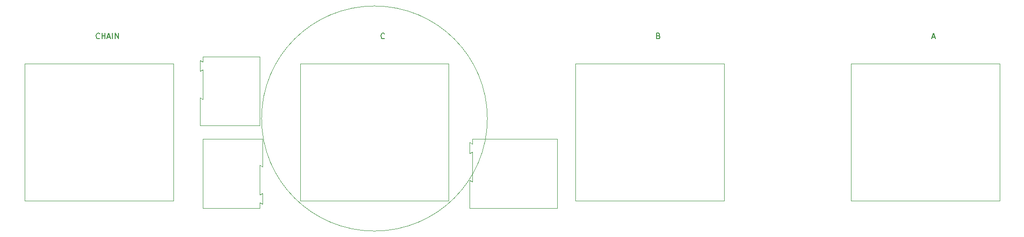
<source format=gbr>
G04 #@! TF.GenerationSoftware,KiCad,Pcbnew,5.1.4*
G04 #@! TF.CreationDate,2019-11-13T20:32:36-05:00*
G04 #@! TF.ProjectId,PooferControl-Reciever-PlugPlane,506f6f66-6572-4436-9f6e-74726f6c2d52,rev?*
G04 #@! TF.SameCoordinates,Original*
G04 #@! TF.FileFunction,Legend,Top*
G04 #@! TF.FilePolarity,Positive*
%FSLAX46Y46*%
G04 Gerber Fmt 4.6, Leading zero omitted, Abs format (unit mm)*
G04 Created by KiCad (PCBNEW 5.1.4) date 2019-11-13 20:32:36*
%MOMM*%
%LPD*%
G04 APERTURE LIST*
%ADD10C,0.120000*%
%ADD11C,0.150000*%
G04 APERTURE END LIST*
D10*
X101800000Y-91300000D02*
X112650000Y-91300000D01*
X101800000Y-86200000D02*
X101800000Y-91300000D01*
X102300000Y-86500000D02*
X101800000Y-86200000D01*
X102300000Y-81100000D02*
X102300000Y-86500000D01*
X101800000Y-81350000D02*
X102300000Y-81100000D01*
X101800000Y-81300000D02*
X101800000Y-81350000D01*
X101800000Y-79400000D02*
X101800000Y-81300000D01*
X102300000Y-79650000D02*
X101800000Y-79400000D01*
X102300000Y-78700000D02*
X102300000Y-79650000D01*
X112650000Y-78700000D02*
X102300000Y-78700000D01*
X112650000Y-91300000D02*
X112650000Y-78700000D01*
X113200000Y-93700000D02*
X102350000Y-93700000D01*
X113200000Y-98800000D02*
X113200000Y-93700000D01*
X112700000Y-98500000D02*
X113200000Y-98800000D01*
X112700000Y-103900000D02*
X112700000Y-98500000D01*
X113200000Y-103650000D02*
X112700000Y-103900000D01*
X113200000Y-103700000D02*
X113200000Y-103650000D01*
X113200000Y-105600000D02*
X113200000Y-103700000D01*
X112700000Y-105350000D02*
X113200000Y-105600000D01*
X112700000Y-106300000D02*
X112700000Y-105350000D01*
X102350000Y-106300000D02*
X112700000Y-106300000D01*
X102350000Y-93700000D02*
X102350000Y-106300000D01*
X170000000Y-105000000D02*
X170000000Y-80000000D01*
X197000000Y-105000000D02*
X170000000Y-105000000D01*
X197000000Y-80000000D02*
X197000000Y-105000000D01*
X170000000Y-80000000D02*
X197000000Y-80000000D01*
X220000000Y-105000000D02*
X220000000Y-80000000D01*
X247000000Y-105000000D02*
X220000000Y-105000000D01*
X247000000Y-80000000D02*
X247000000Y-105000000D01*
X220000000Y-80000000D02*
X247000000Y-80000000D01*
X70000000Y-80000000D02*
X97000000Y-80000000D01*
X97000000Y-80000000D02*
X97000000Y-105000000D01*
X97000000Y-105000000D02*
X70000000Y-105000000D01*
X70000000Y-105000000D02*
X70000000Y-80000000D01*
X150750000Y-106300000D02*
X166650000Y-106300000D01*
X150750000Y-101250000D02*
X150750000Y-106300000D01*
X151250000Y-101500000D02*
X150750000Y-101250000D01*
X151250000Y-96100000D02*
X151250000Y-101500000D01*
X150750000Y-96350000D02*
X151250000Y-96100000D01*
X150750000Y-94350000D02*
X150750000Y-96350000D01*
X151250000Y-94650000D02*
X150750000Y-94350000D01*
X151250000Y-93700000D02*
X151250000Y-94650000D01*
X166650000Y-93700000D02*
X151250000Y-93700000D01*
X166650000Y-106300000D02*
X166650000Y-93700000D01*
X154000000Y-90000000D02*
G75*
G03X154000000Y-90000000I-20500000J0D01*
G01*
X120000000Y-105000000D02*
X120000000Y-80000000D01*
X147000000Y-105000000D02*
X120000000Y-105000000D01*
X147000000Y-80000000D02*
X147000000Y-105000000D01*
X120000000Y-80000000D02*
X147000000Y-80000000D01*
D11*
X185071428Y-74928571D02*
X185214285Y-74976190D01*
X185261904Y-75023809D01*
X185309523Y-75119047D01*
X185309523Y-75261904D01*
X185261904Y-75357142D01*
X185214285Y-75404761D01*
X185119047Y-75452380D01*
X184738095Y-75452380D01*
X184738095Y-74452380D01*
X185071428Y-74452380D01*
X185166666Y-74500000D01*
X185214285Y-74547619D01*
X185261904Y-74642857D01*
X185261904Y-74738095D01*
X185214285Y-74833333D01*
X185166666Y-74880952D01*
X185071428Y-74928571D01*
X184738095Y-74928571D01*
X234761904Y-75166666D02*
X235238095Y-75166666D01*
X234666666Y-75452380D02*
X235000000Y-74452380D01*
X235333333Y-75452380D01*
X83595238Y-75357142D02*
X83547619Y-75404761D01*
X83404761Y-75452380D01*
X83309523Y-75452380D01*
X83166666Y-75404761D01*
X83071428Y-75309523D01*
X83023809Y-75214285D01*
X82976190Y-75023809D01*
X82976190Y-74880952D01*
X83023809Y-74690476D01*
X83071428Y-74595238D01*
X83166666Y-74500000D01*
X83309523Y-74452380D01*
X83404761Y-74452380D01*
X83547619Y-74500000D01*
X83595238Y-74547619D01*
X84023809Y-75452380D02*
X84023809Y-74452380D01*
X84023809Y-74928571D02*
X84595238Y-74928571D01*
X84595238Y-75452380D02*
X84595238Y-74452380D01*
X85023809Y-75166666D02*
X85500000Y-75166666D01*
X84928571Y-75452380D02*
X85261904Y-74452380D01*
X85595238Y-75452380D01*
X85928571Y-75452380D02*
X85928571Y-74452380D01*
X86404761Y-75452380D02*
X86404761Y-74452380D01*
X86976190Y-75452380D01*
X86976190Y-74452380D01*
X135309523Y-75357142D02*
X135261904Y-75404761D01*
X135119047Y-75452380D01*
X135023809Y-75452380D01*
X134880952Y-75404761D01*
X134785714Y-75309523D01*
X134738095Y-75214285D01*
X134690476Y-75023809D01*
X134690476Y-74880952D01*
X134738095Y-74690476D01*
X134785714Y-74595238D01*
X134880952Y-74500000D01*
X135023809Y-74452380D01*
X135119047Y-74452380D01*
X135261904Y-74500000D01*
X135309523Y-74547619D01*
M02*

</source>
